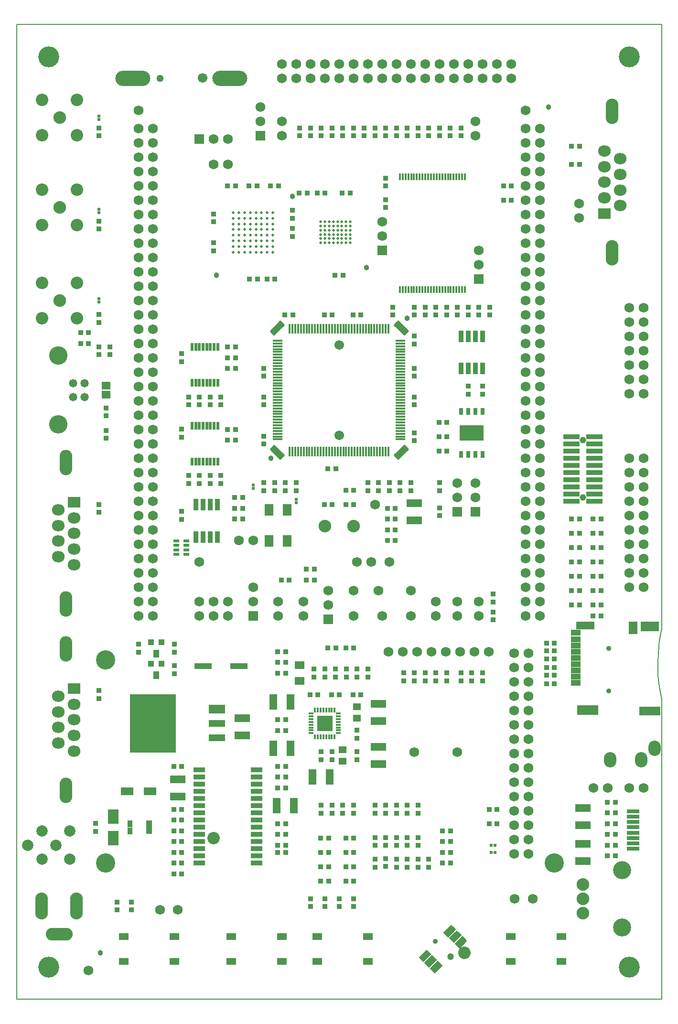
<source format=gbr>
%FSTAX23Y23*%
%MOIN*%
%SFA1B1*%

%IPPOS*%
%ADD11C,0.010000*%
%ADD58C,0.005000*%
%ADD61C,0.012000*%
%ADD89C,0.038000*%
%ADD101R,0.121000X0.041000*%
%ADD102R,0.024000X0.024000*%
%ADD103R,0.038000X0.038000*%
%ADD104R,0.028000X0.047000*%
%ADD105R,0.036000X0.016000*%
%ADD106R,0.017000X0.048000*%
%ADD107R,0.146000X0.071000*%
%ADD108R,0.146000X0.063000*%
%ADD109R,0.130000X0.055000*%
%ADD110R,0.130000X0.067000*%
%ADD111R,0.071000X0.017000*%
%ADD112R,0.017000X0.071000*%
%ADD113R,0.017000X0.071000*%
%ADD114R,0.118000X0.037000*%
%ADD115R,0.108000X0.058000*%
%ADD116R,0.059000X0.083000*%
%ADD117R,0.068000X0.058000*%
%ADD118R,0.043000X0.024000*%
%ADD119R,0.058000X0.048000*%
%ADD120R,0.058000X0.108000*%
%ADD121R,0.118000X0.047000*%
%ADD122R,0.118000X0.064000*%
%ADD123R,0.323000X0.410000*%
%ADD124R,0.019000X0.054000*%
%ADD125R,0.019000X0.054000*%
%ADD126R,0.044000X0.058000*%
%ADD127R,0.044000X0.044000*%
%ADD128R,0.068000X0.048000*%
%ADD129R,0.020000X0.053000*%
%ADD130R,0.088000X0.055000*%
%ADD131R,0.036000X0.045000*%
%ADD132R,0.039000X0.095000*%
%ADD133R,0.016000X0.036000*%
%ADD134R,0.106000X0.106000*%
%ADD135R,0.032000X0.084000*%
%ADD136R,0.077000X0.099000*%
%ADD137R,0.083000X0.033000*%
%ADD138C,0.020000*%
%ADD139R,0.087000X0.028000*%
%ADD140O,0.244000X0.106000*%
%ADD141R,0.168000X0.108000*%
%ADD142R,0.063000X0.085000*%
%ADD143R,0.071000X0.039000*%
%ADD144R,0.071000X0.041000*%
%ADD145C,0.068000*%
%ADD146O,0.088000X0.178000*%
%ADD147C,0.058000*%
%ADD148C,0.126000*%
%ADD149C,0.134000*%
%ADD150C,0.067000*%
%ADD151O,0.088000X0.078000*%
%ADD152R,0.088000X0.078000*%
%ADD153C,0.088000*%
%ADD154C,0.087000*%
%ADD155C,0.087000*%
%ADD156C,0.134000*%
%ADD157C,0.134000*%
%ADD158R,0.068000X0.068000*%
%ADD159C,0.053000*%
%ADD160O,0.088000X0.188000*%
%ADD161O,0.188000X0.088000*%
%ADD162C,0.146000*%
%ADD163C,0.079000*%
%ADD164C,0.128000*%
%ADD165C,0.036000*%
%ADD166C,0.047000*%
%ADD167C,0.051000*%
%ADD168C,0.046000*%
%ADD169C,0.036000*%
%LNmb672d-1*%
%LPD*%
G54D11*
X02505Y03613D02*
X02437Y03545D01*
X02411Y03571*
X02479Y03639*
X02505Y03613*
X02494D02*
X02437Y03556D01*
X02423Y03571*
X02479Y03627*
X02494Y03613*
X02482D02*
X02437Y03568D01*
X02434Y03571*
X02479Y03616*
X02482Y03613*
X02475Y03608D02*
X02441Y03576D01*
X01613Y03545D02*
X01545Y03613D01*
X01571Y03639*
X01639Y03571*
X01613Y03545*
Y03556D02*
X01556Y03613D01*
X01571Y03627*
X01627Y03571*
X01613Y03556*
Y03568D02*
X01568Y03613D01*
X01571Y03616*
X01616Y03571*
X01613Y03568*
X01608Y03575D02*
X01576Y03609D01*
X02479Y04411D02*
X02411Y04479D01*
X02437Y04505*
X02505Y04437*
X02479Y04411*
Y04423D02*
X02423Y04479D01*
X02437Y04494*
X02494Y04437*
X02479Y04423*
Y04434D02*
X02434Y04479D01*
X02437Y04482*
X02482Y04437*
X02479Y04434*
X02474Y04441D02*
X02442Y04475D01*
X01639Y04479D02*
X01571Y04411D01*
X01545Y04437*
X01613Y04505*
X01639Y04479*
X01627D02*
X01571Y04423D01*
X01556Y04437*
X01613Y04494*
X01627Y04479*
X01616D02*
X01571Y04434D01*
X01568Y04437*
X01613Y04482*
X01616Y04479*
X01609Y04474D02*
X01575Y04442D01*
G54D58*
X04275Y02361D02*
D01*
X0426Y02279*
X04252Y02197*
X04249Y02115*
X04251Y02033*
X0426Y01951*
X04275Y0187*
Y02361D02*
Y06575D01*
Y-00225D02*
Y0187D01*
X-00225Y-00225D02*
X04275D01*
X-00225Y06575D02*
X04275D01*
X-00225Y-00225D02*
Y06575D01*
G54D61*
X02653Y00003D02*
X02628Y00028D01*
X02674Y00075*
X027Y00049*
X02653Y00003*
Y00017D02*
X02642Y00028D01*
X02674Y00061*
X02686Y00049*
X02653Y00017*
X02655Y00029D02*
X02673Y00048D01*
X02826Y00175D02*
X028Y00201D01*
X02847Y00247*
X02872Y00222*
X02826Y00175*
Y00189D02*
X02814Y00201D01*
X02847Y00233*
X02858Y00222*
X02826Y00189*
X02827Y00202D02*
X02845Y00221D01*
X02865Y00136D02*
X02839Y00162D01*
X02886Y00208*
X02911Y00183*
X02865Y00136*
Y0015D02*
X02853Y00162D01*
X02886Y00194*
X02897Y00183*
X02865Y0015*
X02866Y00163D02*
X02884Y00182D01*
X02787Y00214D02*
X02761Y0024D01*
X02808Y00286*
X02833Y00261*
X02787Y00214*
Y00228D02*
X02775Y0024D01*
X02808Y00272*
X02819Y00261*
X02787Y00228*
X02788Y00241D02*
X02806Y0026D01*
X02692Y-00036D02*
X02667Y-00011D01*
X02713Y00036*
X02739Y0001*
X02692Y-00036*
Y-00022D02*
X02681Y-00011D01*
X02713Y00022*
X02725Y0001*
X02692Y-00022*
X02694Y-0001D02*
X02712Y00009D01*
X02614Y00042D02*
X02589Y00067D01*
X02635Y00114*
X02661Y00088*
X02614Y00042*
Y00056D02*
X02603Y00067D01*
X02635Y001*
X02647Y00088*
X02614Y00056*
X02616Y00068D02*
X02634Y00087D01*
G54D89*
X0117Y04825D03*
X017Y05375D03*
X02215Y0488D03*
X03485Y06D03*
X0036Y001D03*
X0155Y0355D03*
X025Y04525D03*
G54D101*
X01075Y021D03*
X01325D03*
G54D102*
X03088Y008D03*
Y0085D03*
X03112D03*
Y008D03*
X0035Y04638D03*
Y05263D03*
X01425Y03362D03*
Y03338D03*
X01725Y03238D03*
Y03262D03*
X0035Y05287D03*
Y04662D03*
Y05937D03*
Y05913D03*
G54D103*
X027Y02053D03*
X02723Y036D03*
Y037D03*
X01352Y03275D03*
Y032D03*
X0035Y04497D03*
Y04552D03*
X03797Y0245D03*
X03852D03*
X03473Y02205D03*
X03527D03*
X03473Y0226D03*
X03527D03*
X03473Y01975D03*
X03527D03*
X03473Y02035D03*
X03527D03*
X03473Y0209D03*
X03527D03*
X015Y03322D03*
Y03378D03*
X0035Y05202D03*
Y05148D03*
Y05852D03*
Y05798D03*
X01575Y03322D03*
X02125Y01072D03*
X0205D03*
X01975D03*
X019D03*
X02225Y03378D03*
Y03322D03*
X02875Y05852D03*
Y05798D03*
X01725Y03322D03*
Y03378D03*
X02072Y009D03*
X02128D03*
X02777Y037D03*
X03953Y0085D03*
X03898D03*
X02777Y036D03*
X01247Y03675D03*
X01303D03*
X0235Y01072D03*
Y01128D03*
X02275Y01072D03*
Y01128D03*
X02425Y01072D03*
Y01128D03*
X025Y01072D03*
Y01128D03*
X02575Y01072D03*
Y01128D03*
X01247Y0425D03*
X01303D03*
X02747Y0095D03*
X02803D03*
X01247Y04325D03*
X01303D03*
X031Y02602D03*
Y02547D03*
X01298Y03125D03*
X03025Y04052D03*
Y03997D03*
X01597Y0125D03*
X01653D03*
Y0205D03*
X01597D03*
X01298Y03275D03*
X0255Y03727D03*
Y03672D03*
Y04122D03*
Y04177D03*
X0165Y03322D03*
Y03378D03*
X02072Y03325D03*
X02128D03*
X01852Y027D03*
X01798D03*
X02072Y03225D03*
X02128D03*
X019Y01128D03*
X02125D03*
X02425Y00902D03*
Y00848D03*
X02747Y00875D03*
X02803D03*
X01952Y007D03*
X01898D03*
X00425Y04327D03*
Y04273D03*
X03072Y011D03*
X03128D03*
X01747Y054D03*
X01803D03*
X01622Y027D03*
X01678D03*
X03797Y03025D03*
X03852D03*
X03648Y02525D03*
X03703D03*
X03025Y01997D03*
Y02053D03*
X03797Y03125D03*
X03852D03*
X03075Y04548D03*
Y04602D03*
X02925Y04548D03*
Y04602D03*
X0245Y03378D03*
Y03322D03*
X01303Y0545D03*
X01247D03*
X02003Y03475D03*
X01947D03*
X0255Y03922D03*
Y03977D03*
X023Y03378D03*
Y03322D03*
X01977Y03225D03*
X01923D03*
X025Y05798D03*
Y05852D03*
X02125D03*
Y05798D03*
X02575Y05852D03*
Y05798D03*
X02375Y03322D03*
Y03378D03*
X015Y03703D03*
Y03648D03*
Y04122D03*
Y04177D03*
X01648Y0455D03*
X01702D03*
X01923D03*
X01977D03*
X02122D03*
X02178D03*
X02418Y03125D03*
X02362D03*
X015Y03922D03*
Y03977D03*
X02Y02023D03*
Y02078D03*
X02725Y05798D03*
Y05852D03*
X019D03*
Y05798D03*
X0215Y02023D03*
Y02078D03*
X02072Y02225D03*
X02128D03*
X02775Y02053D03*
Y01997D03*
X02875Y02053D03*
Y01997D03*
X02003Y02225D03*
X01947D03*
X02425Y05798D03*
Y05852D03*
X0235Y05798D03*
Y05852D03*
X028D03*
Y05798D03*
X02725Y03378D03*
X01825Y05852D03*
X01975D03*
X02725Y03322D03*
X00928Y00725D03*
X00873D03*
X01303Y0375D03*
X01952Y009D03*
X0205Y05852D03*
X03172Y0535D03*
Y0545D03*
X00925Y03178D03*
Y03122D03*
X03527Y0215D03*
X03473D03*
X02025Y00423D03*
X01925D03*
X01825D03*
X01975Y05798D03*
X01825D03*
X02225Y02023D03*
Y02078D03*
X0185D03*
Y02023D03*
X00873Y0095D03*
X00928D03*
X00873Y011D03*
X00928D03*
X00873Y00875D03*
X00928D03*
Y01025D03*
X00873D03*
X03227Y0545D03*
Y0535D03*
X01247Y0375D03*
X01653Y014D03*
X01597D03*
Y0085D03*
X01653D03*
X00873Y014D03*
X00928D03*
X00873Y008D03*
X00928D03*
X02122Y019D03*
X02178D03*
X01975Y01447D03*
Y01503D03*
X01653Y0165D03*
X01597D03*
X01653Y02125D03*
X03648Y056D03*
X03703D03*
X03648Y05725D03*
X03703D03*
X02725Y03148D03*
Y03203D03*
X01597Y01325D03*
Y00925D03*
X0215Y01447D03*
Y01503D03*
X01653Y01325D03*
X03648Y03025D03*
Y02625D03*
X01653Y00925D03*
X01898Y006D03*
X01952D03*
X00625Y02253D03*
Y02197D03*
X03703Y02825D03*
X03648D03*
X0105Y03977D03*
Y03922D03*
X0255Y01997D03*
Y02053D03*
X02625D03*
Y01997D03*
X0295D03*
Y02053D03*
X03703Y02625D03*
X03852Y02825D03*
X03797D03*
X02128Y007D03*
X02072D03*
X0235Y05503D03*
Y05448D03*
X03797Y02925D03*
X03852D03*
X02128Y008D03*
X02072D03*
X02275Y00752D03*
Y00697D03*
X02128Y006D03*
X02072D03*
X017Y05222D03*
Y05278D03*
X03703Y03125D03*
X03648D03*
Y02925D03*
X03703D03*
X03852Y02725D03*
X03797D03*
X03648D03*
X03703D03*
X03Y04602D03*
Y04548D03*
X02575Y00848D03*
Y00902D03*
X025Y00848D03*
Y00902D03*
X02275Y00848D03*
Y00902D03*
X0235D03*
Y00848D03*
X03953Y00925D03*
X03898D03*
X00875Y02047D03*
Y02102D03*
X004Y03688D03*
Y03743D03*
X00278Y04425D03*
X00222D03*
X02575Y00697D03*
Y00752D03*
X025Y00697D03*
Y00752D03*
X02425Y00697D03*
Y00752D03*
X0235Y00702D03*
Y00757D03*
X012Y03372D03*
Y03428D03*
Y03922D03*
Y03977D03*
X0105Y03372D03*
Y03428D03*
X01125Y03372D03*
Y03428D03*
Y03922D03*
Y03977D03*
X00975Y03922D03*
Y03977D03*
X00925Y03753D03*
Y03697D03*
X00325Y01003D03*
Y00947D03*
X02925Y03997D03*
Y04052D03*
X03852Y02525D03*
X03797D03*
X02747Y00725D03*
X02803D03*
Y008D03*
X02747D03*
X0205Y05798D03*
X02475Y02053D03*
Y01997D03*
X004Y03845D03*
Y039D03*
X03703Y03025D03*
X03797Y02625D03*
X03852D03*
X0035Y04273D03*
Y04327D03*
X01653Y008D03*
X01597D03*
X02125Y00423D03*
X03953Y0115D03*
X03898D03*
X00222Y0435D03*
X00278D03*
X01653Y01725D03*
X01597D03*
X0215Y01653D03*
Y01597D03*
X01898Y009D03*
X00575Y00452D03*
Y00398D03*
X02525Y03378D03*
Y03322D03*
X024Y04602D03*
Y04548D03*
X02275Y05852D03*
Y05798D03*
X02362Y032D03*
X02418D03*
X0265Y05798D03*
Y05852D03*
X022Y05798D03*
Y05852D03*
X01852Y02775D03*
X01798D03*
X03898Y00775D03*
X03953D03*
X014Y048D03*
X01455D03*
X0265Y00697D03*
Y00752D03*
X01898Y008D03*
X01952D03*
X01925Y02078D03*
Y02023D03*
X02075Y02078D03*
Y02023D03*
X027Y01997D03*
X0255Y04347D03*
Y04403D03*
X03072Y01D03*
X03128D03*
X01303Y04175D03*
X01247D03*
X01975Y01128D03*
X0205D03*
X02723Y038D03*
X02777D03*
X00928Y0065D03*
X00873D03*
X00975Y03428D03*
Y03372D03*
X02362Y02975D03*
X02418D03*
X01602Y0545D03*
X01548D03*
X01872Y054D03*
X01928D03*
X0255Y04548D03*
Y04602D03*
X027D03*
Y04548D03*
X0175Y05798D03*
Y05852D03*
X019Y01447D03*
Y01503D03*
X01822Y019D03*
X01878D03*
X02625Y04548D03*
Y04602D03*
X0285Y04548D03*
Y04602D03*
X02027Y019D03*
X01972D03*
X00925Y04222D03*
Y04278D03*
X01653Y01D03*
X01597D03*
X01452Y0545D03*
X01398D03*
X0115Y05052D03*
Y04997D03*
Y05253D03*
Y05198D03*
X02047Y054D03*
X02102D03*
X02053Y04825D03*
X01997D03*
X0235Y05298D03*
Y05352D03*
X017Y05097D03*
Y05153D03*
X01523Y048D03*
X01577D03*
X01575Y03378D03*
X00875Y02253D03*
Y02197D03*
X01597Y02125D03*
X02125Y00477D03*
X02025D03*
X01925D03*
X01825D03*
X01597Y022D03*
X01653D03*
X0035Y01872D03*
Y01928D03*
Y03172D03*
Y03227D03*
X01298Y032D03*
X00475Y00398D03*
Y00452D03*
X02775Y04602D03*
Y04548D03*
X02362Y0305D03*
X02418D03*
X03953Y01075D03*
X03898D03*
Y01D03*
X03953D03*
X01352Y03125D03*
X031Y02477D03*
Y02422D03*
G54D104*
X02975Y03875D03*
X03025D03*
X02925Y03575D03*
X03025D03*
X02925Y03875D03*
X02875D03*
X02975Y03575D03*
X02875D03*
G54D105*
X01831Y01749D03*
Y01769D03*
Y0173D03*
Y0171D03*
Y0169D03*
Y0167D03*
Y01651D03*
Y01631D03*
X02019D03*
Y01651D03*
Y0167D03*
Y0169D03*
Y0171D03*
Y0173D03*
Y01749D03*
Y01769D03*
G54D106*
X02765Y04725D03*
X02745D03*
X0245D03*
X0247D03*
X02489D03*
X02509D03*
X02529D03*
X02548D03*
X02568D03*
X02588D03*
X02607D03*
X02627D03*
X02647D03*
X02667D03*
X02686D03*
X02706D03*
X02726D03*
X02785D03*
X02804D03*
X02824D03*
X02844D03*
X02863D03*
X02883D03*
X02903D03*
X0245Y05512D03*
X0247D03*
X02489D03*
X02509D03*
X02529D03*
X02548D03*
X02568D03*
X02588D03*
X02607D03*
X02627D03*
X02647D03*
X02667D03*
X02686D03*
X02706D03*
X02726D03*
X02745D03*
X02765D03*
X02785D03*
X02804D03*
X02824D03*
X02844D03*
X02863D03*
X02883D03*
X02903D03*
G54D107*
X03761Y01791D03*
G54D108*
X04194Y01787D03*
G54D109*
X03742Y02382D03*
G54D110*
X04194Y02376D03*
G54D111*
X01596Y04369D03*
Y03681D03*
Y037D03*
Y0372D03*
Y0374D03*
Y03759D03*
Y03779D03*
Y03799D03*
Y03818D03*
Y03838D03*
Y03858D03*
Y03877D03*
Y03897D03*
Y03917D03*
Y03936D03*
Y03956D03*
Y03976D03*
Y03995D03*
Y04015D03*
Y04035D03*
Y04055D03*
Y04074D03*
Y04094D03*
Y04114D03*
Y04133D03*
Y04153D03*
Y04173D03*
Y04192D03*
Y04212D03*
Y04232D03*
Y04251D03*
Y04271D03*
Y04291D03*
Y0431D03*
Y0433D03*
Y0435D03*
X02454Y04369D03*
Y0435D03*
Y0433D03*
Y0431D03*
Y04291D03*
Y04271D03*
Y04251D03*
Y04232D03*
Y04212D03*
Y04192D03*
Y04173D03*
Y04153D03*
Y04133D03*
Y04114D03*
Y04094D03*
Y04074D03*
Y04055D03*
Y04035D03*
Y04015D03*
Y03995D03*
Y03976D03*
Y03956D03*
Y03936D03*
Y03917D03*
Y03897D03*
Y03877D03*
Y03858D03*
Y03838D03*
Y03818D03*
Y03799D03*
Y03779D03*
Y03759D03*
Y0374D03*
Y0372D03*
Y037D03*
Y03681D03*
G54D112*
X01681Y04454D03*
G54D113*
X017Y04454D03*
X0172D03*
X0174D03*
X01759D03*
X01779D03*
X01799D03*
X01818D03*
X01838D03*
X01858D03*
X01877D03*
X01897D03*
X01917D03*
X01936D03*
X01956D03*
X01976D03*
X01995D03*
X02015D03*
X02035D03*
X02055D03*
X02074D03*
X02094D03*
X02114D03*
X02133D03*
X02153D03*
X02173D03*
X02192D03*
X02212D03*
X02232D03*
X02251D03*
X02271D03*
X02291D03*
X0231D03*
X0233D03*
X0235D03*
X02369D03*
Y03596D03*
X0235D03*
X0233D03*
X0231D03*
X02291D03*
X02271D03*
X02251D03*
X02232D03*
X02212D03*
X02192D03*
X02173D03*
X02153D03*
X02133D03*
X02114D03*
X02094D03*
X02074D03*
X02055D03*
X02035D03*
X02015D03*
X01995D03*
X01976D03*
X01956D03*
X01936D03*
X01917D03*
X01897D03*
X01877D03*
X01858D03*
X01838D03*
X01818D03*
X01799D03*
X01779D03*
X01759D03*
X0174D03*
X0172D03*
X017D03*
X01681D03*
G54D114*
X03805Y034D03*
Y037D03*
X03645D03*
X03805Y0365D03*
X03645D03*
X03805Y036D03*
X03645D03*
X03805Y0355D03*
X03645D03*
X03805Y035D03*
X03645D03*
X03805Y033D03*
Y0325D03*
X03645D03*
X03805Y0335D03*
Y0345D03*
X03645Y033D03*
Y0335D03*
Y034D03*
Y0345D03*
G54D115*
X0255Y03235D03*
Y03115D03*
X023Y01535D03*
Y01415D03*
Y01835D03*
Y01715D03*
X009Y0131D03*
Y0119D03*
X0135Y01735D03*
Y01615D03*
X03725Y0074D03*
Y0086D03*
Y0099D03*
Y0111D03*
G54D116*
X01537Y03188D03*
Y02972D03*
X01663D03*
Y03188D03*
G54D117*
X0175Y01995D03*
Y02105D03*
G54D118*
X00959Y02972D03*
Y02878D03*
Y02941D03*
X00891Y02972D03*
Y02878D03*
Y02941D03*
Y02909D03*
X00959D03*
G54D119*
X0205Y01435D03*
Y01515D03*
X0215Y01815D03*
Y01735D03*
G54D120*
X01565Y0185D03*
X01685D03*
X0196Y01325D03*
X0184D03*
X01685Y01525D03*
X01565D03*
X0159Y01125D03*
X0171D03*
G54D121*
X01174Y017D03*
Y016D03*
G54D122*
X01174Y018D03*
G54D123*
X00725Y017D03*
G54D124*
X004Y03994D03*
X0042D03*
X0038Y04056D03*
X004D03*
X0042D03*
G54D125*
X0038Y03994D03*
G54D126*
X00749Y02035D03*
Y02185D03*
G54D127*
X00712Y02115D03*
X00788D03*
X00712Y02265D03*
X00788D03*
G54D128*
X03223Y00213D03*
X03577D03*
Y00038D03*
X03223D03*
X01873Y00213D03*
X02227D03*
Y00038D03*
X01873D03*
X01627D03*
X01273D03*
Y00213D03*
X01627D03*
X00523D03*
X00877D03*
Y00038D03*
X00523D03*
G54D129*
X01Y03525D03*
X01026D03*
X01051D03*
X01077D03*
X01102D03*
X01128D03*
X01154D03*
X01179D03*
X01Y03777D03*
X01026D03*
X01051D03*
X01077D03*
X01102D03*
X01154D03*
X01179D03*
X01128D03*
X01Y04075D03*
X01026D03*
X01051D03*
X01077D03*
X01102D03*
X01128D03*
X01154D03*
X01179D03*
X01Y04327D03*
X01026D03*
X01051D03*
X01077D03*
X01102D03*
X01179D03*
X01154D03*
X01128D03*
G54D130*
X00705Y01225D03*
X00545D03*
G54D131*
X00565Y01D03*
Y0095D03*
G54D132*
X007Y00975D03*
G54D133*
X01994Y01794D03*
X01974D03*
X01955D03*
X01935D03*
X01915D03*
X01895D03*
X01876D03*
X01856D03*
Y01606D03*
X01876D03*
X01895D03*
X01915D03*
X01935D03*
X01955D03*
X01974D03*
X01994D03*
G54D134*
X01925Y017D03*
G54D135*
X01125Y03225D03*
X01175D03*
Y03D03*
X01075Y03225D03*
X01125Y03D03*
X01025Y03225D03*
X01075Y03D03*
X01025D03*
X02875Y04175D03*
X02975D03*
X02875Y044D03*
X02925D03*
X03025Y04175D03*
Y044D03*
X02925Y04175D03*
X02975Y044D03*
G54D136*
X0045Y009D03*
Y0105D03*
G54D137*
X0105Y01275D03*
X0145Y00925D03*
X0105Y01225D03*
Y01125D03*
Y01175D03*
Y01325D03*
Y01375D03*
Y00875D03*
X0145Y01325D03*
X0105Y00975D03*
Y00925D03*
Y00775D03*
X0145Y01125D03*
Y00975D03*
Y01175D03*
Y00725D03*
Y00775D03*
Y01225D03*
Y00875D03*
Y01025D03*
Y00825D03*
Y01075D03*
Y01275D03*
X0105Y01075D03*
Y01025D03*
Y00825D03*
Y00725D03*
X0145Y01375D03*
G54D138*
X01956Y05169D03*
X02103Y05199D03*
Y05169D03*
Y0514D03*
Y0511D03*
Y05081D03*
Y05051D03*
X02074Y05199D03*
Y05169D03*
Y0514D03*
Y0511D03*
Y05081D03*
Y05051D03*
X02044Y05199D03*
Y05169D03*
Y0514D03*
Y0511D03*
Y05081D03*
Y05051D03*
X02015Y05199D03*
Y05169D03*
Y0514D03*
Y0511D03*
Y05081D03*
Y05051D03*
X01985Y05199D03*
Y05169D03*
Y0514D03*
Y0511D03*
Y05081D03*
Y05051D03*
X01956Y05199D03*
Y0514D03*
Y0511D03*
Y05081D03*
Y05051D03*
X01926Y05199D03*
Y05169D03*
Y0514D03*
Y0511D03*
Y05081D03*
Y05051D03*
X01897Y05199D03*
Y05169D03*
Y0514D03*
Y0511D03*
Y05081D03*
Y05051D03*
X01563Y04987D03*
X01523D03*
X01484D03*
X01445D03*
X01405D03*
X01366D03*
X01327D03*
X01287D03*
X01563Y05027D03*
X01523D03*
X01484D03*
X01445D03*
X01405D03*
X01366D03*
X01327D03*
X01287Y05263D03*
X01327D03*
X01366D03*
X01405D03*
X01445D03*
X01484D03*
X01523D03*
X01563D03*
X01287Y05223D03*
X01327D03*
X01366D03*
X01405D03*
X01445D03*
X01484D03*
X01523D03*
X01563D03*
X01287Y05184D03*
X01327D03*
X01366D03*
X01405D03*
X01445D03*
X01484D03*
X01523D03*
X01563D03*
X01287Y05145D03*
X01327D03*
X01366D03*
X01405D03*
X01445D03*
X01484D03*
X01523D03*
X01563D03*
X01287Y05105D03*
X01327D03*
X01366D03*
X01405D03*
X01445D03*
X01484D03*
X01523D03*
X01563D03*
X01287Y05066D03*
X01327D03*
X01366D03*
X01405D03*
X01445D03*
X01484D03*
X01523D03*
X01563D03*
X01287Y05027D03*
G54D139*
X04075Y01049D03*
Y01012D03*
Y00825D03*
Y00937D03*
Y00975D03*
Y00862D03*
Y01087D03*
Y009D03*
G54D140*
X01264Y062D03*
X00586D03*
G54D141*
X0295Y03725D03*
G54D142*
X04078Y02367D03*
G54D143*
X03677Y02113D03*
Y0207D03*
Y022D03*
Y02286D03*
Y01983D03*
Y02026D03*
Y02243D03*
Y02156D03*
G54D144*
X03677Y02331D03*
G54D145*
X02771Y022D03*
X02671D03*
X02871D03*
X02371D03*
X02471D03*
X02571D03*
X02971D03*
X03071D03*
X039Y0125D03*
X038D03*
X03347Y00789D03*
X03247D03*
X03Y0245D03*
Y0255D03*
X00625Y0245D03*
X0415Y04D03*
X0405Y043D03*
Y04D03*
X0415Y041D03*
X0405Y044D03*
Y045D03*
X0415Y043D03*
Y044D03*
Y045D03*
X0405Y042D03*
Y046D03*
X0415Y042D03*
X0405Y041D03*
X0415Y046D03*
X03247Y01989D03*
Y01889D03*
Y01789D03*
Y01689D03*
Y01589D03*
Y01489D03*
Y01389D03*
Y01289D03*
Y01189D03*
X03347Y01989D03*
Y01889D03*
Y01789D03*
Y01689D03*
Y01589D03*
Y01489D03*
Y01389D03*
Y01289D03*
Y01189D03*
X03247Y02089D03*
X03347Y02189D03*
Y02089D03*
X03247Y02189D03*
X03347Y00989D03*
X03247Y00889D03*
X03347D03*
Y01089D03*
X03247Y00989D03*
Y01089D03*
X01425Y02975D03*
X03225Y062D03*
X03125D03*
X03025D03*
X02925D03*
X02825D03*
X02725D03*
X02625D03*
X02525Y063D03*
Y062D03*
X02425Y063D03*
Y062D03*
X02325Y063D03*
Y062D03*
X02225D03*
X02125D03*
X02025Y063D03*
Y062D03*
X01925Y063D03*
Y062D03*
X01825D03*
X01725D03*
X02225Y063D03*
X03025D03*
X02725D03*
X03125D03*
X03225D03*
X01725D03*
X02125D03*
X01625D03*
Y062D03*
X02825Y063D03*
X02625D03*
X02925D03*
X01825D03*
X00725Y0305D03*
X00625D03*
Y0315D03*
X00725D03*
Y0265D03*
X00625Y0255D03*
Y0265D03*
X00725Y0255D03*
X00625Y0325D03*
X00725Y0275D03*
X00625D03*
X00725Y0285D03*
X00625D03*
X00725Y0295D03*
Y0425D03*
Y0435D03*
X00625Y0365D03*
X00725D03*
X00625Y0415D03*
X00725Y0405D03*
X00625Y0355D03*
Y0435D03*
Y0405D03*
X00725Y0415D03*
Y0465D03*
X00625Y0425D03*
Y0335D03*
X00725D03*
Y0325D03*
Y0375D03*
X00625D03*
Y0445D03*
X00725Y0485D03*
X00625D03*
X00725Y0385D03*
X00625Y0465D03*
X00725Y0455D03*
Y0395D03*
X00625Y0385D03*
Y0455D03*
X00725Y0505D03*
X00625D03*
X00725Y0515D03*
X00625D03*
X00725Y0555D03*
X00625D03*
X00725Y0495D03*
X00625Y0565D03*
Y0525D03*
X00725Y0535D03*
X00625Y0575D03*
X00725D03*
Y0585D03*
Y0525D03*
Y0565D03*
X02525Y0245D03*
X02125Y02625D03*
X0285Y015D03*
X0255D03*
X016Y0245D03*
Y0255D03*
X0405Y0265D03*
X0415Y0275D03*
X0405D03*
X0415Y0285D03*
X0405D03*
X0415Y0295D03*
X0405D03*
X0415Y0305D03*
X0405D03*
X0415Y0315D03*
X0405D03*
X0415Y0325D03*
X0405D03*
X0415Y0335D03*
X0405D03*
X0415Y0345D03*
X0405D03*
X0415Y0355D03*
X0405D03*
X0415Y0265D03*
X0325Y00475D03*
X00625Y05975D03*
X03325D03*
X0415Y0125D03*
X0405D03*
X02275Y03225D03*
X0285Y03375D03*
Y03275D03*
X00625Y0395D03*
X00725Y0545D03*
Y0445D03*
X00625Y0585D03*
X00725Y0345D03*
X00625Y0295D03*
X00725Y0245D03*
X0125Y05775D03*
X0115D03*
X01775Y0255D03*
Y0245D03*
X02125D03*
X03375Y00475D03*
X02325Y0245D03*
X02525Y02625D03*
X0215Y02825D03*
X0225D03*
X0285Y0255D03*
X00775Y004D03*
X03Y05D03*
Y049D03*
X023Y02625D03*
X0285Y0245D03*
X0105D03*
X0115D03*
X0105Y0255D03*
X0125Y0245D03*
Y0255D03*
X037Y05325D03*
Y05225D03*
X027Y0255D03*
Y0245D03*
X00275Y-00025D03*
X02375Y02825D03*
X02975Y059D03*
Y058D03*
X01475Y06D03*
Y059D03*
X0125Y056D03*
X0115D03*
X0105Y02825D03*
X02975Y03375D03*
Y03275D03*
X01425Y0265D03*
Y0255D03*
X02325Y052D03*
Y051D03*
X0195Y02625D03*
Y02525D03*
X009Y004D03*
X03425Y0445D03*
X03325Y0585D03*
Y0245D03*
X03425D03*
X03325Y0365D03*
Y0395D03*
X03425Y0545D03*
Y0345D03*
X03325Y0295D03*
X03425Y0315D03*
Y0325D03*
X03325Y0415D03*
X03425D03*
X03325Y0425D03*
X03425D03*
X03325Y0315D03*
X03425Y0485D03*
Y0525D03*
X03325D03*
Y0445D03*
X03425Y0455D03*
X03325D03*
Y0465D03*
X03425D03*
X03325Y0505D03*
X03425Y0515D03*
X03325D03*
Y0285D03*
X03425Y0295D03*
Y0275D03*
X03325Y0375D03*
X03425D03*
X03325Y0385D03*
X03425D03*
Y0395D03*
X03325Y0405D03*
X03425Y0555D03*
X03325D03*
X03425Y0565D03*
X03325D03*
X03425Y0535D03*
Y0575D03*
Y0305D03*
X03325Y0335D03*
Y0355D03*
X03425Y0335D03*
X03325Y0485D03*
X03425Y0585D03*
X03325Y0575D03*
X03425Y0495D03*
Y0505D03*
Y0365D03*
Y0475D03*
X03325D03*
Y0325D03*
Y0305D03*
Y0275D03*
Y0255D03*
X03425Y0405D03*
Y0265D03*
X03325D03*
X03425Y0255D03*
X01625Y058D03*
Y059D03*
X03425Y0355D03*
Y0285D03*
X00625Y0535D03*
X03325Y0345D03*
X00625Y0495D03*
X00725Y0355D03*
X03325Y0435D03*
X03425D03*
X00625Y0545D03*
X00725Y0475D03*
X00625D03*
X03325Y0545D03*
Y0535D03*
X00625Y0345D03*
X03325Y0495D03*
X0115Y0255D03*
X01325Y02975D03*
G54D146*
X0012Y03518D03*
Y02532D03*
Y01232D03*
Y02218D03*
X0393Y05968D03*
Y04982D03*
G54D147*
X0012Y03488D03*
Y03563D03*
Y03518D03*
Y03503D03*
Y03473D03*
Y03548D03*
Y03533D03*
Y02502D03*
Y02577D03*
Y02532D03*
Y02517D03*
Y02487D03*
Y02562D03*
Y02547D03*
Y01247D03*
Y01262D03*
Y01187D03*
Y01217D03*
Y01232D03*
Y01277D03*
Y01202D03*
Y02233D03*
Y02248D03*
Y02173D03*
Y02203D03*
Y02218D03*
Y02263D03*
Y02188D03*
X0393Y05953D03*
Y05938D03*
Y06013D03*
Y05983D03*
Y05968D03*
Y05923D03*
Y05998D03*
Y04967D03*
Y04952D03*
Y05027D03*
Y04997D03*
Y04982D03*
Y04937D03*
Y05012D03*
X0025Y04073D03*
X0017D03*
Y03975D03*
X0025D03*
G54D148*
X04Y00275D03*
Y00675D03*
G54D149*
X00395Y00725D03*
X03525D03*
G54D150*
X02025Y0434D03*
Y0371D03*
X01073Y06201D03*
G54D151*
X00175Y02916D03*
X00065Y02862D03*
Y03189D03*
X00175Y02807D03*
Y03134D03*
Y03025D03*
X00065Y0308D03*
Y02971D03*
X00175Y01616D03*
X00065Y01562D03*
Y01889D03*
X00175Y01507D03*
Y01834D03*
Y01725D03*
X00065Y0178D03*
Y01671D03*
X03985Y05529D03*
X03875Y05366D03*
Y05584D03*
X03985Y05311D03*
X03875Y05475D03*
X03985Y0542D03*
Y05638D03*
X03875Y05693D03*
G54D152*
X00175Y03243D03*
Y01943D03*
X03875Y05257D03*
G54D153*
X00075Y053D03*
X01925Y03075D03*
X02125D03*
X03725Y00475D03*
Y00575D03*
Y00375D03*
X00075Y0465D03*
Y05925D03*
G54D154*
X-00048Y05423D03*
Y05177D03*
X00198D03*
Y04773D03*
Y04527D03*
X-00048D03*
Y05802D03*
X00198D03*
Y06048D03*
X029Y001D03*
X0115Y009D03*
G54D155*
X00198Y05423D03*
X-00048Y04773D03*
Y06048D03*
X03918Y01437D03*
Y01456D03*
X04134D03*
Y01436D03*
X04225Y01515D03*
Y01535D03*
X03918Y01446D03*
X04225Y01525D03*
X04134Y01446D03*
G54D156*
X03525Y00725D03*
X00398Y02144D03*
G54D157*
X00398Y00726D03*
G54D158*
X0285Y03175D03*
X0105Y05775D03*
X03Y048D03*
X01475Y058D03*
X02975Y03175D03*
X01425Y0245D03*
X02325Y05D03*
X0195Y02425D03*
G54D159*
X-0005Y00445D03*
Y00405D03*
Y00465D03*
Y00385D03*
X00092Y00228D03*
X00052D03*
X00112D03*
X00032D03*
X00194Y00445D03*
Y00405D03*
Y00465D03*
Y00385D03*
G54D160*
X-0005Y00425D03*
X00194D03*
G54D161*
X00072Y00228D03*
G54D162*
X0Y0635D03*
X0405D03*
Y0D03*
X0D03*
G54D163*
X0005Y0085D03*
X00148Y00752D03*
X-00048D03*
Y00948D03*
X00148D03*
X-00147Y0085D03*
G54D164*
X00065Y04266D03*
Y03786D03*
G54D165*
X02697Y00178D03*
G54D166*
X02803Y00072D03*
G54D167*
X00777Y062D03*
G54D168*
X03725Y03275D03*
Y03675D03*
G54D169*
X03905Y01925D03*
Y02222D03*
M02*
</source>
